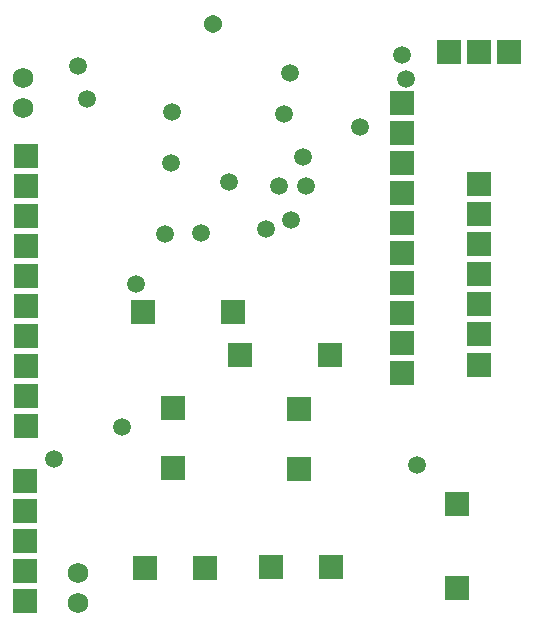
<source format=gbs>
G04*
G04 #@! TF.GenerationSoftware,Altium Limited,Altium Designer,23.1.1 (15)*
G04*
G04 Layer_Color=16711935*
%FSLAX44Y44*%
%MOMM*%
G71*
G04*
G04 #@! TF.SameCoordinates,A58621D0-7F8E-4CF1-AD1D-3CF83AC58B01*
G04*
G04*
G04 #@! TF.FilePolarity,Negative*
G04*
G01*
G75*
%ADD19R,2.0000X2.0000*%
%ADD20R,2.0320X2.0000*%
%ADD21C,1.7332*%
%ADD22C,1.5032*%
%ADD23C,1.5332*%
D19*
X971390Y1429860D02*
D03*
Y1404460D02*
D03*
Y1379060D02*
D03*
Y1353660D02*
D03*
Y1328260D02*
D03*
X971224Y1302643D02*
D03*
X971390Y1455260D02*
D03*
X952660Y1184750D02*
D03*
Y1113630D02*
D03*
X818990Y1264760D02*
D03*
Y1213960D02*
D03*
X712310Y1215230D02*
D03*
Y1266030D02*
D03*
X795180Y1131410D02*
D03*
X845980D02*
D03*
X739300Y1130140D02*
D03*
X688500D02*
D03*
X586900Y1204120D02*
D03*
Y1178720D02*
D03*
Y1153320D02*
D03*
X587053Y1127758D02*
D03*
X586900Y1102520D02*
D03*
X845660Y1310800D02*
D03*
X769460D02*
D03*
X686910Y1347630D02*
D03*
X763110D02*
D03*
X997110Y1567340D02*
D03*
X971710D02*
D03*
X946310D02*
D03*
D20*
X588009Y1479710D02*
D03*
Y1251110D02*
D03*
Y1301910D02*
D03*
Y1327310D02*
D03*
Y1352710D02*
D03*
Y1276510D02*
D03*
Y1378110D02*
D03*
Y1403510D02*
D03*
Y1428910D02*
D03*
Y1454310D02*
D03*
X906780Y1320639D02*
D03*
Y1346039D02*
D03*
Y1371440D02*
D03*
Y1396839D02*
D03*
Y1498439D02*
D03*
Y1422240D02*
D03*
Y1447639D02*
D03*
Y1473039D02*
D03*
Y1523839D02*
D03*
Y1295240D02*
D03*
D21*
X971550Y1455420D02*
D03*
Y1430020D02*
D03*
Y1404620D02*
D03*
Y1379220D02*
D03*
Y1353820D02*
D03*
Y1328420D02*
D03*
Y1303020D02*
D03*
X952500Y1184910D02*
D03*
Y1113790D02*
D03*
X819150Y1214120D02*
D03*
Y1264920D02*
D03*
X712470Y1266190D02*
D03*
Y1215390D02*
D03*
X845820Y1131570D02*
D03*
X795020D02*
D03*
X688340Y1130300D02*
D03*
X739140D02*
D03*
X632460Y1101090D02*
D03*
Y1126490D02*
D03*
X586740Y1102360D02*
D03*
Y1127760D02*
D03*
Y1153160D02*
D03*
Y1178560D02*
D03*
Y1203960D02*
D03*
X588010Y1250950D02*
D03*
Y1276350D02*
D03*
Y1479550D02*
D03*
Y1454150D02*
D03*
Y1428750D02*
D03*
Y1403350D02*
D03*
Y1377950D02*
D03*
Y1352550D02*
D03*
Y1327150D02*
D03*
Y1301750D02*
D03*
X906780Y1473200D02*
D03*
Y1447800D02*
D03*
Y1422400D02*
D03*
Y1397000D02*
D03*
Y1371600D02*
D03*
Y1346200D02*
D03*
Y1320800D02*
D03*
Y1295400D02*
D03*
Y1498600D02*
D03*
Y1524000D02*
D03*
X845820Y1310640D02*
D03*
X769620D02*
D03*
X687070Y1347470D02*
D03*
X763270D02*
D03*
X996950Y1567180D02*
D03*
X971550D02*
D03*
X946150D02*
D03*
X585470Y1520190D02*
D03*
Y1545590D02*
D03*
D22*
X871220Y1503567D02*
D03*
X791210Y1417320D02*
D03*
X812059Y1425469D02*
D03*
X825500Y1454150D02*
D03*
X909400Y1544339D02*
D03*
X706120Y1413122D02*
D03*
X759988Y1457220D02*
D03*
X632460Y1555430D02*
D03*
X612140Y1223010D02*
D03*
X802640Y1454150D02*
D03*
X822960Y1478280D02*
D03*
X906696Y1565020D02*
D03*
X681400Y1370920D02*
D03*
X640080Y1527810D02*
D03*
X711200Y1473200D02*
D03*
X919480Y1217930D02*
D03*
X669290Y1249680D02*
D03*
X806450Y1515110D02*
D03*
X811530Y1549400D02*
D03*
X711454Y1516267D02*
D03*
X736092Y1414272D02*
D03*
D23*
X746760Y1591310D02*
D03*
M02*

</source>
